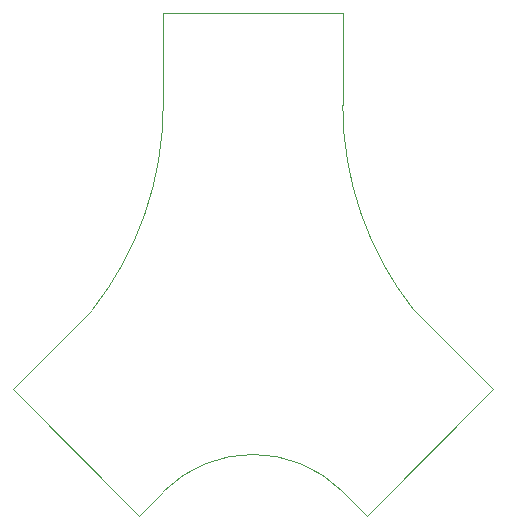
<source format=gm1>
G04 #@! TF.GenerationSoftware,KiCad,Pcbnew,(5.1.10-1-10_14)*
G04 #@! TF.CreationDate,2021-07-26T11:30:22-07:00*
G04 #@! TF.ProjectId,Synapse,53796e61-7073-4652-9e6b-696361645f70,1*
G04 #@! TF.SameCoordinates,Original*
G04 #@! TF.FileFunction,Profile,NP*
%FSLAX46Y46*%
G04 Gerber Fmt 4.6, Leading zero omitted, Abs format (unit mm)*
G04 Created by KiCad (PCBNEW (5.1.10-1-10_14)) date 2021-07-26 11:30:22*
%MOMM*%
%LPD*%
G01*
G04 APERTURE LIST*
G04 #@! TA.AperFunction,Profile*
%ADD10C,0.100000*%
G04 #@! TD*
G04 APERTURE END LIST*
D10*
X9650000Y-22350000D02*
X20350000Y-11650000D01*
X-7600000Y20200000D02*
X-7600000Y12410000D01*
X-13596007Y-4905435D02*
G75*
G03*
X-7600000Y12410000I-22003993J17315435D01*
G01*
X13594892Y-4904019D02*
G75*
G02*
X7600000Y12410000I22005108J17314019D01*
G01*
X7599999Y-20300000D02*
G75*
G03*
X-7599999Y-20300000I-7599999J-7599999D01*
G01*
X-9650000Y-22350000D02*
X-7599999Y-20300000D01*
X-20350000Y-11650000D02*
X-13596007Y-4905435D01*
X20350000Y-11650000D02*
X13596007Y-4905435D01*
X9650000Y-22350000D02*
X7599999Y-20300000D01*
X7600000Y20200000D02*
X7600000Y12410000D01*
X-7600000Y20200000D02*
X7600000Y20200000D01*
X-20350000Y-11650000D02*
X-9650000Y-22350000D01*
M02*

</source>
